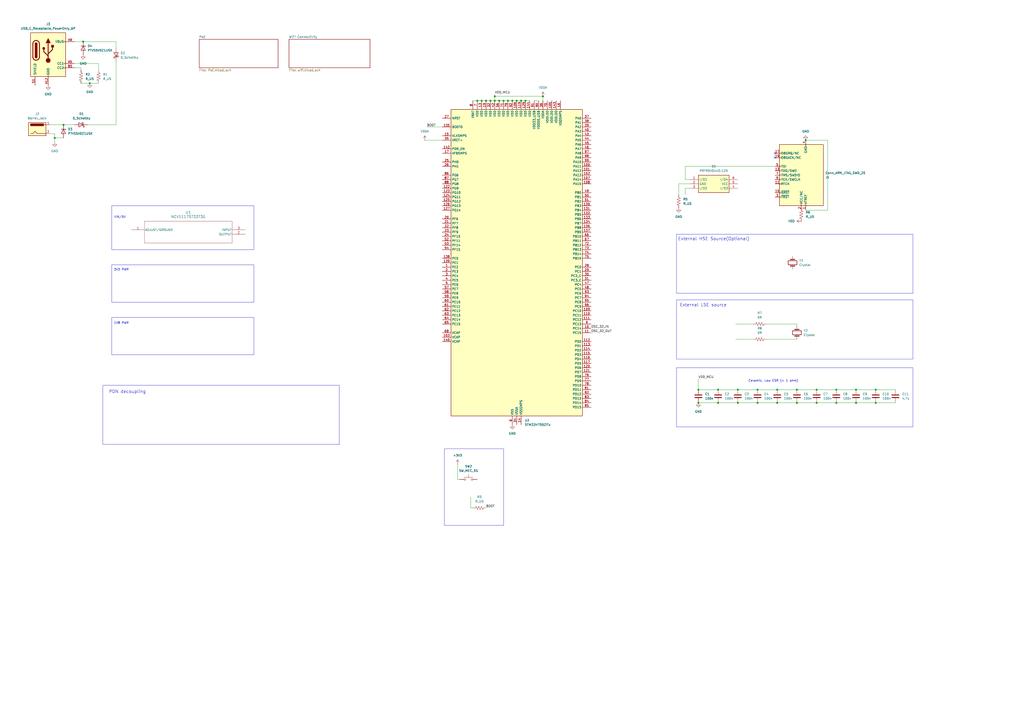
<source format=kicad_sch>
(kicad_sch (version 20250114) (generator "eeschema") (generator_version "9.0")
  (paper "A2")
  (lib_symbols
    (symbol "2025-08-29_01-45-15:NCV1117ST33T3G" (pin_names (offset 0.254))
      (property "Reference" "U" (at 33.02 10.16 0))
      (property "Value" "NCV1117ST33T3G" (at 33.02 7.62 0))
      (symbol "NCV1117ST33T3G_0_1"
        (polyline (pts (xy 7.62 5.08) (xy 7.62 -7.62)) (stroke (width 0.127)))
        (polyline (pts (xy 7.62 -7.62) (xy 58.42 -7.62)) (stroke (width 0.127)))
        (polyline (pts (xy 58.42 5.08) (xy 7.62 5.08)) (stroke (width 0.127)))
        (polyline (pts (xy 58.42 -7.62) (xy 58.42 5.08)) (stroke (width 0.127)))
        (pin bidirectional line (at 0 0 0) (length 7.62) (name "ADJUST/GROUND") (number "1"))
        (pin input line (at 66.04 0 180) (length 7.62) (name "INPUT") (number "3"))
        (pin output line (at 66.04 -2.54 180) (length 7.62) (name "OUTPUT") (number "2"))
      )
    )
    (symbol "Connector:Barrel_Jack" (pin_names (offset 1.016))
      (property "Reference" "J" (at 0 5.334 0))
      (property "Value" "Barrel_Jack" (at 0 -5.08 0))
      (symbol "Barrel_Jack_0_1"
        (rectangle (start -5.08 3.81) (end 5.08 -3.81) (stroke (width 0.254)) (fill (type background)))
        (polyline (pts (xy -3.81 -2.54) (xy -2.54 -2.54) (xy -1.27 -1.27) (xy 0 -2.54) (xy 2.54 -2.54) (xy 5.08 -2.54)) (stroke (width 0.254)))
        (arc (start -3.302 1.905) (mid -3.9343 2.54) (end -3.302 3.175) (stroke (width 0.254)))
        (arc (start -3.302 1.905) (mid -3.9343 2.54) (end -3.302 3.175) (stroke (width 0.254)) (fill (type outline)))
        (rectangle (start 3.683 3.175) (end -3.302 1.905) (stroke (width 0.254)) (fill (type outline)))
        (polyline (pts (xy 5.08 2.54) (xy 3.81 2.54)) (stroke (width 0.254)))
      )
      (symbol "Barrel_Jack_1_1"
        (pin passive line (at 7.62 2.54 180) (length 2.54) (name "~") (number "1"))
        (pin passive line (at 7.62 -2.54 180) (length 2.54) (name "~") (number "2"))
      )
    )
    (symbol "Connector:Conn_ARM_JTAG_SWD_20" (pin_names (offset 1.016))
      (property "Reference" "J" (at -5.08 21.59 0))
      (property "Value" "Conn_ARM_JTAG_SWD_20" (at -5.08 19.05 0))
      (symbol "Conn_ARM_JTAG_SWD_20_0_1"
        (rectangle (start -12.7 17.78) (end 12.7 -17.78) (stroke (width 0.254)) (fill (type background)))
        (rectangle (start -2.794 17.78) (end -2.286 16.764))
        (rectangle (start -2.794 -17.78) (end -2.286 -16.764))
        (rectangle (start -0.254 17.78) (end 0.254 16.764))
        (rectangle (start 11.684 2.286) (end 12.7 2.794))
        (rectangle (start 12.7 12.954) (end 11.684 12.446))
        (rectangle (start 12.7 10.414) (end 11.684 9.906))
        (rectangle (start 12.7 4.826) (end 11.684 5.334))
        (rectangle (start 12.7 -0.254) (end 11.684 0.254))
        (rectangle (start 12.7 -2.794) (end 11.684 -2.286))
        (rectangle (start 12.7 -9.906) (end 11.684 -10.414))
        (rectangle (start 12.7 -12.446) (end 11.684 -12.954))
      )
      (symbol "Conn_ARM_JTAG_SWD_20_1_1"
        (rectangle (start 11.684 -5.334) (end 12.7 -4.826))
        (pin power_in line (at -2.54 20.32 270) (length 2.54) (name "VTREF") (number "1"))
        (pin passive line (at -2.54 -20.32 90) (length 2.54) (hide yes) (name "GND") (number "10"))
        (pin passive line (at -2.54 -20.32 90) (length 2.54) (hide yes) (name "GND") (number "12"))
        (pin passive line (at -2.54 -20.32 90) (length 2.54) (hide yes) (name "GND") (number "14"))
        (pin passive line (at -2.54 -20.32 90) (length 2.54) (hide yes) (name "GND") (number "16"))
        (pin passive line (at -2.54 -20.32 90) (length 2.54) (hide yes) (name "GND") (number "18"))
        (pin passive line (at -2.54 -20.32 90) (length 2.54) (hide yes) (name "GND") (number "20"))
        (pin power_in line (at -2.54 -20.32 90) (length 2.54) (name "GND") (number "4"))
        (pin passive line (at -2.54 -20.32 90) (length 2.54) (hide yes) (name "GND") (number "6"))
        (pin passive line (at -2.54 -20.32 90) (length 2.54) (hide yes) (name "GND") (number "8"))
        (pin power_in line (at 0 20.32 270) (length 2.54) (name "VCC/NC") (number "2"))
        (pin output line (at 15.24 12.7 180) (length 2.54) (name "~{TRST}") (number "3"))
        (pin bidirectional line (at 15.24 10.16 180) (length 2.54) (name "~{SRST}") (number "15"))
        (pin input line (at 15.24 5.08 180) (length 2.54) (name "RTCK") (number "11"))
        (pin output line (at 15.24 2.54 180) (length 2.54) (name "TCK/SWCLK") (number "9"))
        (pin output line (at 15.24 0 180) (length 2.54) (name "TMS/SWDIO") (number "7"))
        (pin input line (at 15.24 -2.54 180) (length 2.54) (name "TDO/SWO") (number "13"))
        (pin output line (at 15.24 -5.08 180) (length 2.54) (name "TDI") (number "5"))
        (pin input line (at 15.24 -10.16 180) (length 2.54) (name "DBGACK/NC") (number "19"))
        (pin output line (at 15.24 -12.7 180) (length 2.54) (name "DBGRQ/NC") (number "17"))
      )
    )
    (symbol "Connector:USB_C_Receptacle_PowerOnly_6P" (pin_names (offset 1.016))
      (property "Reference" "J" (at 0 16.51 0))
      (property "Value" "USB_C_Receptacle_PowerOnly_6P" (at 0 13.97 0))
      (symbol "USB_C_Receptacle_PowerOnly_6P_0_0"
        (rectangle (start -0.254 -12.7) (end 0.254 -11.684))
        (rectangle (start 10.16 7.874) (end 9.144 7.366))
        (rectangle (start 10.16 -4.826) (end 9.144 -5.334))
        (rectangle (start 10.16 -7.366) (end 9.144 -7.874))
      )
      (symbol "USB_C_Receptacle_PowerOnly_6P_0_1"
        (rectangle (start -10.16 12.7) (end 10.16 -12.7) (stroke (width 0.254)) (fill (type background)))
        (polyline (pts (xy -8.89 -1.27) (xy -8.89 6.35)) (stroke (width 0.508)))
        (rectangle (start -7.62 -1.27) (end -6.35 6.35) (stroke (width 0.254)) (fill (type outline)))
        (arc (start -7.62 6.35) (mid -6.985 6.9823) (end -6.35 6.35) (stroke (width 0.254)))
        (arc (start -7.62 6.35) (mid -6.985 6.9823) (end -6.35 6.35) (stroke (width 0.254)) (fill (type outline)))
        (arc (start -8.89 6.35) (mid -6.985 8.2467) (end -5.08 6.35) (stroke (width 0.508)))
        (arc (start -5.08 -1.27) (mid -6.985 -3.1667) (end -8.89 -1.27) (stroke (width 0.508)))
        (arc (start -6.35 -1.27) (mid -6.985 -1.9023) (end -7.62 -1.27) (stroke (width 0.254)))
        (arc (start -6.35 -1.27) (mid -6.985 -1.9023) (end -7.62 -1.27) (stroke (width 0.254)) (fill (type outline)))
        (polyline (pts (xy -5.08 6.35) (xy -5.08 -1.27)) (stroke (width 0.508)))
        (circle (center -2.54 3.683) (radius 0.635) (stroke (width 0.254)) (fill (type outline)))
        (polyline (pts (xy -1.27 6.858) (xy 0 9.398) (xy 1.27 6.858) (xy -1.27 6.858)) (stroke (width 0.254)) (fill (type outline)))
        (polyline (pts (xy 0 0.508) (xy 2.54 3.048) (xy 2.54 4.318)) (stroke (width 0.508)))
        (polyline (pts (xy 0 -0.762) (xy -2.54 1.778) (xy -2.54 3.048)) (stroke (width 0.508)))
        (polyline (pts (xy 0 -3.302) (xy 0 6.858)) (stroke (width 0.508)))
        (circle (center 0 -3.302) (radius 1.27) (fill (type outline)))
        (rectangle (start 1.905 4.318) (end 3.175 5.588) (stroke (width 0.254)) (fill (type outline)))
      )
      (symbol "USB_C_Receptacle_PowerOnly_6P_1_1"
        (pin passive line (at -7.62 -17.78 90) (length 5.08) (name "SHIELD") (number "S1"))
        (pin passive line (at 0 -17.78 90) (length 5.08) (name "GND") (number "A12"))
        (pin passive line (at 0 -17.78 90) (length 5.08) (hide yes) (name "GND") (number "B12"))
        (pin passive line (at 15.24 7.62 180) (length 5.08) (name "VBUS") (number "A9"))
        (pin passive line (at 15.24 7.62 180) (length 5.08) (hide yes) (name "VBUS") (number "B9"))
        (pin bidirectional line (at 15.24 -5.08 180) (length 5.08) (name "CC1") (number "A5"))
        (pin bidirectional line (at 15.24 -7.62 180) (length 5.08) (name "CC2") (number "B5"))
      )
    )
    (symbol "Device:C" (pin_numbers (hide yes)) (pin_names (offset 0.254))
      (property "Reference" "C" (at 0.635 2.54 0))
      (property "Value" "C" (at 0.635 -2.54 0))
      (symbol "C_0_1"
        (polyline (pts (xy -2.032 0.762) (xy 2.032 0.762)) (stroke (width 0.508)))
        (polyline (pts (xy -2.032 -0.762) (xy 2.032 -0.762)) (stroke (width 0.508)))
      )
      (symbol "C_1_1"
        (pin passive line (at 0 3.81 270) (length 2.794) (name "~") (number "1"))
        (pin passive line (at 0 -3.81 90) (length 2.794) (name "~") (number "2"))
      )
    )
    (symbol "Device:Crystal" (pin_numbers (hide yes)) (pin_names (offset 1.016) (hide yes))
      (property "Reference" "Y" (at 0 3.81 0))
      (property "Value" "Crystal" (at 0 -3.81 0))
      (symbol "Crystal_0_1"
        (polyline (pts (xy -2.54 0) (xy -1.905 0)))
        (polyline (pts (xy -1.905 -1.27) (xy -1.905 1.27)) (stroke (width 0.508)))
        (rectangle (start -1.143 2.54) (end 1.143 -2.54) (stroke (width 0.3048)))
        (polyline (pts (xy 1.905 -1.27) (xy 1.905 1.27)) (stroke (width 0.508)))
        (polyline (pts (xy 2.54 0) (xy 1.905 0)))
      )
      (symbol "Crystal_1_1"
        (pin passive line (at -3.81 0 0) (length 1.27) (name "1") (number "1"))
        (pin passive line (at 3.81 0 180) (length 1.27) (name "2") (number "2"))
      )
    )
    (symbol "Device:D_Schottky" (pin_numbers (hide yes)) (pin_names (offset 1.016) (hide yes))
      (property "Reference" "D" (at 0 2.54 0))
      (property "Value" "D_Schottky" (at 0 -2.54 0))
      (symbol "D_Schottky_0_1"
        (polyline (pts (xy -1.905 0.635) (xy -1.905 1.27) (xy -1.27 1.27) (xy -1.27 -1.27) (xy -0.635 -1.27) (xy -0.635 -0.635)) (stroke (width 0.254)))
        (polyline (pts (xy 1.27 1.27) (xy 1.27 -1.27) (xy -1.27 0) (xy 1.27 1.27)) (stroke (width 0.254)))
        (polyline (pts (xy 1.27 0) (xy -1.27 0)))
      )
      (symbol "D_Schottky_1_1"
        (pin passive line (at -3.81 0 0) (length 2.54) (name "K") (number "1"))
        (pin passive line (at 3.81 0 180) (length 2.54) (name "A") (number "2"))
      )
    )
    (symbol "Device:R_US" (pin_numbers (hide yes)) (pin_names (offset 0))
      (property "Reference" "R" (at 2.54 0 90))
      (property "Value" "R_US" (at -2.54 0 90))
      (symbol "R_US_0_1"
        (polyline (pts (xy 0 2.286) (xy 0 2.54)))
        (polyline (pts (xy 0 2.286) (xy 1.016 1.905) (xy 0 1.524) (xy -1.016 1.143) (xy 0 0.762)))
        (polyline (pts (xy 0 0.762) (xy 1.016 0.381) (xy 0 0) (xy -1.016 -0.381) (xy 0 -0.762)))
        (polyline (pts (xy 0 -0.762) (xy 1.016 -1.143) (xy 0 -1.524) (xy -1.016 -1.905) (xy 0 -2.286)))
        (polyline (pts (xy 0 -2.286) (xy 0 -2.54)))
      )
      (symbol "R_US_1_1"
        (pin passive line (at 0 3.81 270) (length 1.27) (name "~") (number "1"))
        (pin passive line (at 0 -3.81 90) (length 1.27) (name "~") (number "2"))
      )
    )
    (symbol "Diode:PTVS5V0Z1USK" (pin_numbers (hide yes)) (pin_names (hide yes))
      (property "Reference" "D" (at 0 2.54 0))
      (property "Value" "PTVS5V0Z1USK" (at 0 -2.54 0))
      (symbol "PTVS5V0Z1USK_0_1"
        (polyline (pts (xy -1.27 -1.27) (xy -1.27 1.27) (xy -0.762 1.27)) (stroke (width 0.254)))
        (polyline (pts (xy 1.27 0) (xy -1.27 0)))
        (polyline (pts (xy 1.27 -1.27) (xy 1.27 1.27) (xy -1.27 0) (xy 1.27 -1.27)) (stroke (width 0.254)))
      )
      (symbol "PTVS5V0Z1USK_1_1"
        (pin passive line (at -3.81 0 0) (length 2.54) (name "K") (number "1"))
        (pin passive line (at 3.81 0 180) (length 2.54) (name "A") (number "2"))
      )
    )
    (symbol "MCU_ST_STM32H7:STM32H755ZITx"
      (property "Reference" "U" (at -38.1 90.17 0))
      (property "Value" "STM32H755ZITx" (at 27.94 90.17 0))
      (symbol "STM32H755ZITx_0_1"
        (rectangle (start -38.1 -88.9) (end 38.1 88.9) (stroke (width 0.254)) (fill (type background)))
      )
      (symbol "STM32H755ZITx_1_1"
        (pin input line (at -43.18 83.82 0) (length 5.08) (name "NRST") (number "27"))
        (pin input line (at -43.18 78.74 0) (length 5.08) (name "BOOT0") (number "135"))
        (pin power_in line (at -43.18 73.66 0) (length 5.08) (name "VLXSMPS") (number "15"))
        (pin input line (at -43.18 71.12 0) (length 5.08) (name "VREF+") (number "35"))
        (pin input line (at -43.18 66.04 0) (length 5.08) (name "PDR_ON") (number "142"))
        (pin input line (at -43.18 63.5 0) (length 5.08) (name "VFBSMPS") (number "17"))
        (pin bidirectional line (at -43.18 58.42 0) (length 5.08) (name "PH0") (number "25"))
        (pin bidirectional line (at -43.18 55.88 0) (length 5.08) (name "PH1") (number "26"))
        (pin bidirectional line (at -43.18 50.8 0) (length 5.08) (name "PG6") (number "86"))
        (pin bidirectional line (at -43.18 48.26 0) (length 5.08) (name "PG7") (number "87"))
        (pin bidirectional line (at -43.18 45.72 0) (length 5.08) (name "PG8") (number "88"))
        (pin bidirectional line (at -43.18 43.18 0) (length 5.08) (name "PG9") (number "122"))
        (pin bidirectional line (at -43.18 40.64 0) (length 5.08) (name "PG10") (number "123"))
        (pin bidirectional line (at -43.18 38.1 0) (length 5.08) (name "PG11") (number "124"))
        (pin bidirectional line (at -43.18 35.56 0) (length 5.08) (name "PG12") (number "125"))
        (pin bidirectional line (at -43.18 33.02 0) (length 5.08) (name "PG13") (number "126"))
        (pin bidirectional line (at -43.18 30.48 0) (length 5.08) (name "PG14") (number "127"))
        (pin bidirectional line (at -43.18 25.4 0) (length 5.08) (name "PF6") (number "20"))
        (pin bidirectional line (at -43.18 22.86 0) (length 5.08) (name "PF7") (number "21"))
        (pin bidirectional line (at -43.18 20.32 0) (length 5.08) (name "PF8") (number "22"))
        (pin bidirectional line (at -43.18 17.78 0) (length 5.08) (name "PF9") (number "23"))
        (pin bidirectional line (at -43.18 15.24 0) (length 5.08) (name "PF10") (number "24"))
        (pin bidirectional line (at -43.18 12.7 0) (length 5.08) (name "PF11") (number "52"))
        (pin bidirectional line (at -43.18 10.16 0) (length 5.08) (name "PF14") (number "53"))
        (pin bidirectional line (at -43.18 7.62 0) (length 5.08) (name "PF15") (number "54"))
        (pin bidirectional line (at -43.18 2.54 0) (length 5.08) (name "PE0") (number "138"))
        (pin bidirectional line (at -43.18 0 0) (length 5.08) (name "PE1") (number "139"))
        (pin bidirectional line (at -43.18 -2.54 0) (length 5.08) (name "PE2") (number "1"))
        (pin bidirectional line (at -43.18 -5.08 0) (length 5.08) (name "PE3") (number "2"))
        (pin bidirectional line (at -43.18 -7.62 0) (length 5.08) (name "PE4") (number "3"))
        (pin bidirectional line (at -43.18 -10.16 0) (length 5.08) (name "PE5") (number "4"))
        (pin bidirectional line (at -43.18 -12.7 0) (length 5.08) (name "PE6") (number "5"))
        (pin bidirectional line (at -43.18 -15.24 0) (length 5.08) (name "PE7") (number "57"))
        (pin bidirectional line (at -43.18 -17.78 0) (length 5.08) (name "PE8") (number "58"))
        (pin bidirectional line (at -43.18 -20.32 0) (length 5.08) (name "PE9") (number "59"))
        (pin bidirectional line (at -43.18 -22.86 0) (length 5.08) (name "PE10") (number "60"))
        (pin bidirectional line (at -43.18 -25.4 0) (length 5.08) (name "PE11") (number "61"))
        (pin bidirectional line (at -43.18 -27.94 0) (length 5.08) (name "PE12") (number "62"))
        (pin bidirectional line (at -43.18 -30.48 0) (length 5.08) (name "PE13") (number "63"))
        (pin bidirectional line (at -43.18 -33.02 0) (length 5.08) (name "PE14") (number "64"))
        (pin bidirectional line (at -43.18 -35.56 0) (length 5.08) (name "PE15") (number "65"))
        (pin power_out line (at -43.18 -40.64 0) (length 5.08) (name "VCAP") (number "68"))
        (pin power_out line (at -43.18 -43.18 0) (length 5.08) (name "VCAP") (number "103"))
        (pin power_out line (at -43.18 -45.72 0) (length 5.08) (name "VCAP") (number "140"))
        (pin power_in line (at -25.4 93.98 270) (length 5.08) (name "VBAT") (number "8"))
        (pin power_in line (at -22.86 93.98 270) (length 5.08) (name "VDD") (number "7"))
        (pin power_in line (at -20.32 93.98 270) (length 5.08) (name "VDD") (number "13"))
        (pin power_in line (at -17.78 93.98 270) (length 5.08) (name "VDD") (number "19"))
        (pin power_in line (at -15.24 93.98 270) (length 5.08) (name "VDD") (number "32"))
        (pin power_in line (at -12.7 93.98 270) (length 5.08) (name "VDD") (number "42"))
        (pin power_in line (at -10.16 93.98 270) (length 5.08) (name "VDD") (number "56"))
        (pin power_in line (at -7.62 93.98 270) (length 5.08) (name "VDD") (number "71"))
        (pin power_in line (at -5.08 93.98 270) (length 5.08) (name "VDD") (number "79"))
        (pin power_in line (at -2.54 93.98 270) (length 5.08) (name "VDD") (number "92"))
        (pin passive line (at -2.54 -93.98 90) (length 5.08) (hide yes) (name "VSS") (number "104"))
        (pin passive line (at -2.54 -93.98 90) (length 5.08) (hide yes) (name "VSS") (number "118"))
        (pin passive line (at -2.54 -93.98 90) (length 5.08) (hide yes) (name "VSS") (number "12"))
        (pin passive line (at -2.54 -93.98 90) (length 5.08) (hide yes) (name "VSS") (number "128"))
        (pin passive line (at -2.54 -93.98 90) (length 5.08) (hide yes) (name "VSS") (number "141"))
        (pin passive line (at -2.54 -93.98 90) (length 5.08) (hide yes) (name "VSS") (number "18"))
        (pin passive line (at -2.54 -93.98 90) (length 5.08) (hide yes) (name "VSS") (number "33"))
        (pin passive line (at -2.54 -93.98 90) (length 5.08) (hide yes) (name "VSS") (number "41"))
        (pin passive line (at -2.54 -93.98 90) (length 5.08) (hide yes) (name "VSS") (number "55"))
        (pin power_in line (at -2.54 -93.98 90) (length 5.08) (name "VSS") (number "6"))
        (pin passive line (at -2.54 -93.98 90) (length 5.08) (hide yes) (name "VSS") (number "69"))
        (pin passive line (at -2.54 -93.98 90) (length 5.08) (hide yes) (name "VSS") (number "80"))
        (pin passive line (at -2.54 -93.98 90) (length 5.08) (hide yes) (name "VSS") (number "89"))
        (pin power_in line (at 0 93.98 270) (length 5.08) (name "VDD") (number "106"))
        (pin power_in line (at 0 -93.98 90) (length 5.08) (name "VSSA") (number "34"))
        (pin power_in line (at 2.54 93.98 270) (length 5.08) (name "VDD") (number "119"))
        (pin power_in line (at 2.54 -93.98 90) (length 5.08) (name "VSSSMPS") (number "14"))
        (pin power_in line (at 5.08 93.98 270) (length 5.08) (name "VDD") (number "129"))
        (pin power_in line (at 7.62 93.98 270) (length 5.08) (name "VDD") (number "144"))
        (pin power_in line (at 10.16 93.98 270) (length 5.08) (name "VDD33_USB") (number "91"))
        (pin power_in line (at 12.7 93.98 270) (length 5.08) (name "VDD50_USB") (number "90"))
        (pin power_in line (at 15.24 93.98 270) (length 5.08) (name "VDDA") (number "36"))
        (pin power_in line (at 17.78 93.98 270) (length 5.08) (name "VDDLDO") (number "70"))
        (pin power_in line (at 20.32 93.98 270) (length 5.08) (name "VDDLDO") (number "105"))
        (pin power_in line (at 22.86 93.98 270) (length 5.08) (name "VDDLDO") (number "143"))
        (pin power_in line (at 25.4 93.98 270) (length 5.08) (name "VDDSMPS") (number "16"))
        (pin bidirectional line (at 43.18 83.82 180) (length 5.08) (name "PA0") (number "37"))
        (pin bidirectional line (at 43.18 81.28 180) (length 5.08) (name "PA1") (number "38"))
        (pin bidirectional line (at 43.18 78.74 180) (length 5.08) (name "PA2") (number "39"))
        (pin bidirectional line (at 43.18 76.2 180) (length 5.08) (name "PA3") (number "40"))
        (pin bidirectional line (at 43.18 73.66 180) (length 5.08) (name "PA4") (number "43"))
        (pin bidirectional line (at 43.18 71.12 180) (length 5.08) (name "PA5") (number "44"))
        (pin bidirectional line (at 43.18 68.58 180) (length 5.08) (name "PA6") (number "45"))
        (pin bidirectional line (at 43.18 66.04 180) (length 5.08) (name "PA7") (number "46"))
        (pin bidirectional line (at 43.18 63.5 180) (length 5.08) (name "PA8") (number "97"))
        (pin bidirectional line (at 43.18 60.96 180) (length 5.08) (name "PA9") (number "98"))
        (pin bidirectional line (at 43.18 58.42 180) (length 5.08) (name "PA10") (number "99"))
        (pin bidirectional line (at 43.18 55.88 180) (length 5.08) (name "PA11") (number "100"))
        (pin bidirectional line (at 43.18 53.34 180) (length 5.08) (name "PA12") (number "101"))
        (pin bidirectional line (at 43.18 50.8 180) (length 5.08) (name "PA13") (number "102"))
        (pin bidirectional line (at 43.18 48.26 180) (length 5.08) (name "PA14") (number "107"))
        (pin bidirectional line (at 43.18 45.72 180) (length 5.08) (name "PA15") (number "108"))
        (pin bidirectional line (at 43.18 40.64 180) (length 5.08) (name "PB0") (number "49"))
        (pin bidirectional line (at 43.18 38.1 180) (length 5.08) (name "PB1") (number "50"))
        (pin bidirectional line (at 43.18 35.56 180) (length 5.08) (name "PB2") (number "51"))
        (pin bidirectional line (at 43.18 33.02 180) (length 5.08) (name "PB3") (number "130"))
        (pin bidirectional line (at 43.18 30.48 180) (length 5.08) (name "PB4") (number "131"))
        (pin bidirectional line (at 43.18 27.94 180) (length 5.08) (name "PB5") (number "132"))
        (pin bidirectional line (at 43.18 25.4 180) (length 5.08) (name "PB6") (number "133"))
        (pin bidirectional line (at 43.18 22.86 180) (length 5.08) (name "PB7") (number "134"))
        (pin bidirectional line (at 43.18 20.32 180) (length 5.08) (name "PB8") (number "136"))
        (pin bidirectional line (at 43.18 17.78 180) (length 5.08) (name "PB9") (number "137"))
        (pin bidirectional line (at 43.18 15.24 180) (length 5.08) (name "PB10") (number "66"))
        (pin bidirectional line (at 43.18 12.7 180) (length 5.08) (name "PB11") (number "67"))
        (pin bidirectional line (at 43.18 10.16 180) (length 5.08) (name "PB12") (number "72"))
        (pin bidirectional line (at 43.18 7.62 180) (length 5.08) (name "PB13") (number "73"))
        (pin bidirectional line (at 43.18 5.08 180) (length 5.08) (name "PB14") (number "74"))
        (pin bidirectional line (at 43.18 2.54 180) (length 5.08) (name "PB15") (number "75"))
        (pin bidirectional line (at 43.18 -2.54 180) (length 5.08) (name "PC0") (number "28"))
        (pin bidirectional line (at 43.18 -5.08 180) (length 5.08) (name "PC1") (number "29"))
        (pin bidirectional line (at 43.18 -7.62 180) (length 5.08) (name "PC2_C") (number "30"))
        (pin bidirectional line (at 43.18 -10.16 180) (length 5.08) (name "PC3_C") (number "31"))
        (pin bidirectional line (at 43.18 -12.7 180) (length 5.08) (name "PC4") (number "47"))
        (pin bidirectional line (at 43.18 -15.24 180) (length 5.08) (name "PC5") (number "48"))
        (pin bidirectional line (at 43.18 -17.78 180) (length 5.08) (name "PC6") (number "93"))
        (pin bidirectional line (at 43.18 -20.32 180) (length 5.08) (name "PC7") (number "94"))
        (pin bidirectional line (at 43.18 -22.86 180) (length 5.08) (name "PC8") (number "95"))
        (pin bidirectional line (at 43.18 -25.4 180) (length 5.08) (name "PC9") (number "96"))
        (pin bidirectional line (at 43.18 -27.94 180) (length 5.08) (name "PC10") (number "109"))
        (pin bidirectional line (at 43.18 -30.48 180) (length 5.08) (name "PC11") (number "110"))
        (pin bidirectional line (at 43.18 -33.02 180) (length 5.08) (name "PC12") (number "111"))
        (pin bidirectional line (at 43.18 -35.56 180) (length 5.08) (name "PC13") (number "9"))
        (pin bidirectional line (at 43.18 -38.1 180) (length 5.08) (name "PC14") (number "10"))
        (pin bidirectional line (at 43.18 -40.64 180) (length 5.08) (name "PC15") (number "11"))
        (pin bidirectional line (at 43.18 -45.72 180) (length 5.08) (name "PD0") (number "112"))
        (pin bidirectional line (at 43.18 -48.26 180) (length 5.08) (name "PD1") (number "113"))
        (pin bidirectional line (at 43.18 -50.8 180) (length 5.08) (name "PD2") (number "114"))
        (pin bidirectional line (at 43.18 -53.34 180) (length 5.08) (name "PD3") (number "115"))
        (pin bidirectional line (at 43.18 -55.88 180) (length 5.08) (name "PD4") (number "116"))
        (pin bidirectional line (at 43.18 -58.42 180) (length 5.08) (name "PD5") (number "117"))
        (pin bidirectional line (at 43.18 -60.96 180) (length 5.08) (name "PD6") (number "120"))
        (pin bidirectional line (at 43.18 -63.5 180) (length 5.08) (name "PD7") (number "121"))
        (pin bidirectional line (at 43.18 -66.04 180) (length 5.08) (name "PD8") (number "76"))
        (pin bidirectional line (at 43.18 -68.58 180) (length 5.08) (name "PD9") (number "77"))
        (pin bidirectional line (at 43.18 -71.12 180) (length 5.08) (name "PD10") (number "78"))
        (pin bidirectional line (at 43.18 -73.66 180) (length 5.08) (name "PD11") (number "81"))
        (pin bidirectional line (at 43.18 -76.2 180) (length 5.08) (name "PD12") (number "82"))
        (pin bidirectional line (at 43.18 -78.74 180) (length 5.08) (name "PD13") (number "83"))
        (pin bidirectional line (at 43.18 -81.28 180) (length 5.08) (name "PD14") (number "84"))
        (pin bidirectional line (at 43.18 -83.82 180) (length 5.08) (name "PD15") (number "85"))
      )
    )
    (symbol "PRTR5V0U4D_125:PRTR5V0U4D,125"
      (property "Reference" "D" (at 24.13 7.62 0))
      (property "Value" "PRTR5V0U4D,125" (at 24.13 5.08 0))
      (symbol "PRTR5V0U4D,125_1_1"
        (rectangle (start 5.08 2.54) (end 22.86 -7.62) (stroke (width 0.254)) (fill (type background)))
        (pin passive line (at 0 0 0) (length 5.08) (name "I/O1") (number "1"))
        (pin passive line (at 0 -2.54 0) (length 5.08) (name "GND") (number "2"))
        (pin passive line (at 0 -5.08 0) (length 5.08) (name "I/O2") (number "3"))
        (pin passive line (at 27.94 0 180) (length 5.08) (name "I/O4") (number "6"))
        (pin passive line (at 27.94 -2.54 180) (length 5.08) (name "VCC") (number "5"))
        (pin passive line (at 27.94 -5.08 180) (length 5.08) (name "I/O3") (number "4"))
      )
    )
    (symbol "Switch:SW_MEC_5G" (pin_numbers (hide yes)) (pin_names (offset 1.016) (hide yes))
      (property "Reference" "SW" (at 1.27 2.54 0))
      (property "Value" "SW_MEC_5G" (at 0 -1.524 0))
      (symbol "SW_MEC_5G_0_1"
        (circle (center -2.032 0) (radius 0.508))
        (polyline (pts (xy 0 1.27) (xy 0 3.048)))
        (circle (center 2.032 0) (radius 0.508))
        (polyline (pts (xy 2.54 1.27) (xy -2.54 1.27)))
        (pin passive line (at -5.08 0 0) (length 2.54) (name "A") (number "1"))
        (pin passive line (at 5.08 0 180) (length 2.54) (name "B") (number "3"))
      )
      (symbol "SW_MEC_5G_1_1"
        (pin passive line (at -5.08 0 0) (length 2.54) (hide yes) (name "A") (number "2"))
        (pin passive line (at 5.08 0 180) (length 2.54) (hide yes) (name "B") (number "4"))
      )
    )
    (symbol "power:+3V3" (power) (pin_numbers (hide yes)) (pin_names (offset 0) (hide yes))
      (property "Value" "+3V3" (at 0 3.556 0))
      (symbol "+3V3_0_1"
        (polyline (pts (xy -0.762 1.27) (xy 0 2.54)))
        (polyline (pts (xy 0 2.54) (xy 0.762 1.27)))
        (polyline (pts (xy 0 0) (xy 0 2.54)))
      )
      (symbol "+3V3_1_1"
        (pin power_in line (at 0 0 90) (length 0) (name "~") (number "1"))
      )
    )
    (symbol "power:GND" (power) (pin_numbers (hide yes)) (pin_names (offset 0) (hide yes))
      (property "Value" "GND" (at 0 -3.81 0))
      (symbol "GND_0_1"
        (polyline (pts (xy 0 0) (xy 0 -1.27) (xy 1.27 -1.27) (xy 0 -2.54) (xy -1.27 -1.27) (xy 0 -1.27)))
      )
      (symbol "GND_1_1"
        (pin power_in line (at 0 0 270) (length 0) (name "~") (number "1"))
      )
    )
    (symbol "power:VDD" (power) (pin_numbers (hide yes)) (pin_names (offset 0) (hide yes))
      (property "Value" "VDD" (at 0 3.556 0))
      (symbol "VDD_0_1"
        (polyline (pts (xy -0.762 1.27) (xy 0 2.54)))
        (polyline (pts (xy 0 2.54) (xy 0.762 1.27)))
        (polyline (pts (xy 0 0) (xy 0 2.54)))
      )
      (symbol "VDD_1_1"
        (pin power_in line (at 0 0 90) (length 0) (name "~") (number "1"))
      )
    )
    (symbol "power:VDDA" (power) (pin_numbers (hide yes)) (pin_names (offset 0) (hide yes))
      (property "Value" "VDDA" (at 0 3.556 0))
      (symbol "VDDA_0_1"
        (polyline (pts (xy -0.762 1.27) (xy 0 2.54)))
        (polyline (pts (xy 0 2.54) (xy 0.762 1.27)))
        (polyline (pts (xy 0 0) (xy 0 2.54)))
      )
      (symbol "VDDA_1_1"
        (pin power_in line (at 0 0 90) (length 0) (name "~") (number "1"))
      )
    )
  )
  (rectangle (start 392.43 213.36) (end 529.59 247.65))
  (rectangle (start 59.69 223.52) (end 196.85 257.81))
  (rectangle (start 392.43 135.89) (end 529.59 170.18))
  (rectangle (start 257.81 260.35) (end 292.1 304.8))
  (rectangle (start 64.77 184.15) (end 147.32 205.74))
  (rectangle (start 64.77 119.38) (end 147.32 144.78))
  (rectangle (start 64.77 153.67) (end 147.32 175.26))
  (rectangle (start 392.43 173.99) (end 529.59 208.28))
  (text "VIN/5V" (at 69.596 125.984 0) (effects (font (size 1.27 1.27))))
  (text "Ceramic, Low ESR (< 1 ohm)" (at 448.564 220.98 0) (effects (font (size 1.27 1.27))))
  (text "PDN decoupling" (at 73.914 227.33 0) (effects (font (size 1.778 1.778))))
  (text "External LSE source" (at 407.924 177.038 0) (effects (font (size 1.778 1.778))))
  (text "External HSE Source(Optional)" (at 414.02 138.684 0) (effects (font (size 1.778 1.778))))
  (text "3V3 PWR" (at 70.358 156.464 0) (effects (font (size 1.27 1.27))))
  (text "1V8 PWR" (at 70.358 187.452 0) (effects (font (size 1.27 1.27))))
  (junction (at 292.1 58.42))
  (junction (at 302.26 58.42))
  (junction (at 287.02 55.88))
  (junction (at 314.96 55.88))
  (junction (at 279.4 58.42))
  (junction (at 450.85 226.06))
  (junction (at 294.64 58.42))
  (junction (at 304.8 58.42))
  (junction (at 416.56 233.68))
  (junction (at 52.07 48.26))
  (junction (at 485.14 226.06))
  (junction (at 439.42 226.06))
  (junction (at 427.99 226.06))
  (junction (at 508 233.68))
  (junction (at 276.86 58.42))
  (junction (at 405.13 233.68))
  (junction (at 284.48 58.42))
  (junction (at 31.75 80.01))
  (junction (at 416.56 226.06))
  (junction (at 508 226.06))
  (junction (at 281.94 58.42))
  (junction (at 462.28 233.68))
  (junction (at 36.83 72.39))
  (junction (at 405.13 226.06))
  (junction (at 297.18 58.42))
  (junction (at 485.14 233.68))
  (junction (at 462.28 226.06))
  (junction (at 496.57 233.68))
  (junction (at 289.56 58.42))
  (junction (at 439.42 233.68))
  (junction (at 48.26 24.13))
  (junction (at 473.71 226.06))
  (junction (at 467.36 81.28))
  (junction (at 450.85 233.68))
  (junction (at 496.57 226.06))
  (junction (at 427.99 233.68))
  (junction (at 299.72 58.42))
  (junction (at 473.71 233.68))
  (junction (at 287.02 58.42))
  (no_connect (at 449.58 91.44))
  (no_connect (at 449.58 88.9))
  (wire (pts (xy 287.02 55.88) (xy 314.96 55.88)))
  (wire (pts (xy 480.06 121.92) (xy 480.06 81.28)))
  (wire (pts (xy 36.83 72.39) (xy 43.18 72.39)))
  (wire (pts (xy 439.42 233.68) (xy 450.85 233.68)))
  (wire (pts (xy 46.99 39.37) (xy 46.99 40.64)))
  (wire (pts (xy 496.57 233.68) (xy 508 233.68)))
  (wire (pts (xy 302.26 58.42) (xy 304.8 58.42)))
  (wire (pts (xy 57.15 36.83) (xy 57.15 40.64)))
  (wire (pts (xy 304.8 58.42) (xy 307.34 58.42)))
  (wire (pts (xy 416.56 233.68) (xy 427.99 233.68)))
  (wire (pts (xy 292.1 58.42) (xy 294.64 58.42)))
  (wire (pts (xy 397.51 96.52) (xy 397.51 104.14)))
  (wire (pts (xy 397.51 104.14) (xy 400.05 104.14)))
  (wire (pts (xy 450.85 233.68) (xy 462.28 233.68)))
  (wire (pts (xy 462.28 187.96) (xy 462.28 189.23)))
  (wire (pts (xy 427.99 226.06) (xy 439.42 226.06)))
  (wire (pts (xy 279.4 58.42) (xy 281.94 58.42)))
  (wire (pts (xy 289.56 58.42) (xy 292.1 58.42)))
  (wire (pts (xy 31.75 80.01) (xy 36.83 80.01)))
  (wire (pts (xy 287.02 54.61) (xy 287.02 55.88)))
  (wire (pts (xy 29.21 72.39) (xy 36.83 72.39)))
  (wire (pts (xy 405.13 219.71) (xy 405.13 226.06)))
  (wire (pts (xy 473.71 233.68) (xy 485.14 233.68)))
  (wire (pts (xy 274.32 58.42) (xy 276.86 58.42)))
  (wire (pts (xy 31.75 77.47) (xy 31.75 80.01)))
  (wire (pts (xy 397.51 113.03) (xy 397.51 109.22)))
  (wire (pts (xy 273.05 294.64) (xy 274.32 294.64)))
  (wire (pts (xy 485.14 226.06) (xy 496.57 226.06)))
  (wire (pts (xy 46.99 48.26) (xy 52.07 48.26)))
  (wire (pts (xy 480.06 81.28) (xy 467.36 81.28)))
  (wire (pts (xy 43.18 39.37) (xy 46.99 39.37)))
  (wire (pts (xy 276.86 58.42) (xy 279.4 58.42)))
  (wire (pts (xy 427.99 233.68) (xy 439.42 233.68)))
  (wire (pts (xy 48.26 24.13) (xy 67.31 24.13)))
  (wire (pts (xy 299.72 58.42) (xy 302.26 58.42)))
  (wire (pts (xy 43.18 24.13) (xy 48.26 24.13)))
  (wire (pts (xy 29.21 77.47) (xy 31.75 77.47)))
  (wire (pts (xy 416.56 226.06) (xy 427.99 226.06)))
  (wire (pts (xy 405.13 226.06) (xy 416.56 226.06)))
  (wire (pts (xy 297.18 58.42) (xy 299.72 58.42)))
  (wire (pts (xy 462.28 226.06) (xy 473.71 226.06)))
  (wire (pts (xy 67.31 35.56) (xy 67.31 72.39)))
  (wire (pts (xy 294.64 58.42) (xy 297.18 58.42)))
  (wire (pts (xy 31.75 80.01) (xy 31.75 82.55)))
  (wire (pts (xy 405.13 233.68) (xy 416.56 233.68)))
  (wire (pts (xy 281.94 58.42) (xy 284.48 58.42)))
  (wire (pts (xy 309.88 58.42) (xy 312.42 58.42)))
  (wire (pts (xy 393.7 106.68) (xy 400.05 106.68)))
  (wire (pts (xy 247.65 73.66) (xy 256.54 73.66)))
  (wire (pts (xy 439.42 226.06) (xy 450.85 226.06)))
  (wire (pts (xy 287.02 55.88) (xy 287.02 58.42)))
  (wire (pts (xy 462.28 233.68) (xy 473.71 233.68)))
  (wire (pts (xy 485.14 233.68) (xy 496.57 233.68)))
  (wire (pts (xy 449.58 96.52) (xy 397.51 96.52)))
  (wire (pts (xy 67.31 24.13) (xy 67.31 27.94)))
  (wire (pts (xy 52.07 48.26) (xy 57.15 48.26)))
  (wire (pts (xy 265.43 269.24) (xy 265.43 278.13)))
  (wire (pts (xy 393.7 113.03) (xy 393.7 106.68)))
  (wire (pts (xy 496.57 226.06) (xy 508 226.06)))
  (wire (pts (xy 284.48 58.42) (xy 287.02 58.42)))
  (wire (pts (xy 426.72 196.85) (xy 436.88 196.85)))
  (wire (pts (xy 426.72 187.96) (xy 436.88 187.96)))
  (wire (pts (xy 287.02 58.42) (xy 289.56 58.42)))
  (wire (pts (xy 450.85 226.06) (xy 462.28 226.06)))
  (wire (pts (xy 67.31 72.39) (xy 50.8 72.39)))
  (wire (pts (xy 444.5 196.85) (xy 462.28 196.85)))
  (wire (pts (xy 43.18 36.83) (xy 57.15 36.83)))
  (wire (pts (xy 467.36 121.92) (xy 480.06 121.92)))
  (wire (pts (xy 397.51 109.22) (xy 400.05 109.22)))
  (wire (pts (xy 508 226.06) (xy 519.43 226.06)))
  (wire (pts (xy 246.38 81.28) (xy 256.54 81.28)))
  (wire (pts (xy 273.05 288.29) (xy 273.05 294.64)))
  (wire (pts (xy 444.5 187.96) (xy 462.28 187.96)))
  (wire (pts (xy 473.71 226.06) (xy 485.14 226.06)))
  (wire (pts (xy 508 233.68) (xy 519.43 233.68)))
  (wire (pts (xy 265.43 278.13) (xy 266.7 278.13)))
  (wire (pts (xy 314.96 55.88) (xy 314.96 58.42)))
  (label "OSC_32_OUT" (at 342.9 193.04 0))
  (label "OSC_32_IN" (at 342.9 190.5 0))
  (label "VDD_MCU" (at 287.02 54.61 0))
  (label "VDD_MCU" (at 405.13 219.71 0))
  (label "BOOT" (at 247.65 73.66 0))
  (label "BOOT" (at 281.94 294.64 0))
  (symbol (lib_id "power:GND") (at 27.94 49.53 0) (unit 1)
    (property "Reference" "#PWR04" (effects (hide yes)))
    (property "Value" "GND" (at 27.94 54.61 0))
    (property "Description" "Power symbol creates a global label with name \"GND\" , ground" (effects (hide yes)))
  )
  (symbol (lib_id "power:+3V3") (at 265.43 269.24 0) (unit 1)
    (property "Reference" "#PWR07" (effects (hide yes)))
    (property "Value" "+3V3" (at 265.43 264.16 0))
    (property "Description" "Power symbol creates a global label with name \"+3V3\"" (effects (hide yes)))
  )
  (symbol (lib_id "MCU_ST_STM32H7:STM32H755ZITx") (at 299.72 152.4 0) (unit 1)
    (property "Reference" "U2" (at 304.4033 243.84 0) (effects (justify left)))
    (property "Value" "STM32H755ZITx" (at 304.4033 246.38 0) (effects (justify left)))
    (property "Footprint" "Package_QFP:LQFP-144_20x20mm_P0.5mm" (effects (hide yes)))
    (property "Datasheet" "https://www.st.com/resource/en/datasheet/stm32h755zi.pdf" (effects (hide yes)))
    (property "Description" "STMicroelectronics Arm Cortex-M7 MCU, 2048KB flash, 1024KB RAM, 480 MHz, 1.62-3.6V, 99 GPIO, LQFP144" (effects (hide yes)))
  )
  (symbol (lib_id "power:VDDA") (at 246.38 81.28 0) (unit 1)
    (property "Reference" "#PWR012" (effects (hide yes)))
    (property "Value" "VDDA" (at 246.38 76.2 0))
    (property "Description" "Power symbol creates a global label with name \"VDDA\"" (effects (hide yes)))
  )
  (symbol (lib_id "Device:D_Schottky") (at 67.31 31.75 90) (unit 1)
    (property "Reference" "D2" (at 69.85 30.7974 90) (effects (justify right)))
    (property "Value" "D_Schottky" (at 69.85 33.3374 90) (effects (justify right)))
    (property "Description" "Schottky diode" (effects (hide yes)))
  )
  (symbol (lib_id "power:GND") (at 405.13 233.68 0) (unit 1)
    (property "Reference" "#PWR06" (effects (hide yes)))
    (property "Value" "GND" (at 405.13 238.76 0))
    (property "Description" "Power symbol creates a global label with name \"GND\" , ground" (effects (hide yes)))
  )
  (symbol (lib_id "Device:R_US") (at 440.69 196.85 90) (unit 1)
    (property "Reference" "R8" (at 440.69 190.5 90))
    (property "Value" "0R" (at 440.69 193.04 90))
    (property "Description" "Resistor, US symbol" (effects (hide yes)))
  )
  (symbol (lib_id "Diode:PTVS5V0Z1USK") (at 36.83 76.2 270) (unit 1)
    (property "Reference" "D3" (at 39.37 74.9299 90) (effects (justify left)))
    (property "Value" "PTVS5V0Z1USK" (at 39.37 77.4699 90) (effects (justify left)))
    (property "Footprint" "Diode_SMD:Nexperia_DSN1608-2_1.6x0.8mm" (effects (hide yes)))
    (property "Datasheet" "https://assets.nexperia.com/documents/data-sheet/PTVS5V0Z1USK.pdf" (effects (hide yes)))
    (property "Description" "5V, 1200W TVS unidirectional diode, DSN1608-2" (effects (hide yes)))
  )
  (symbol (lib_id "Device:D_Schottky") (at 46.99 72.39 180) (unit 1)
    (property "Reference" "D1" (at 47.3075 66.04 0))
    (property "Value" "D_Schottky" (at 47.3075 68.58 0))
    (property "Description" "Schottky diode" (effects (hide yes)))
  )
  (symbol (lib_id "power:GND") (at 467.36 81.28 180) (unit 1)
    (property "Reference" "#PWR09" (effects (hide yes)))
    (property "Value" "GND" (at 467.36 76.2 0))
    (property "Description" "Power symbol creates a global label with name \"GND\" , ground" (effects (hide yes)))
  )
  (symbol (lib_id "Device:R_US") (at 57.15 44.45 0) (unit 1)
    (property "Reference" "R1" (at 59.69 43.1799 0) (effects (justify left)))
    (property "Value" "R_US" (at 59.69 45.7199 0) (effects (justify left)))
    (property "Description" "Resistor, US symbol" (effects (hide yes)))
  )
  (symbol (lib_id "power:GND") (at 52.07 48.26 0) (unit 1)
    (property "Reference" "#PWR03" (effects (hide yes)))
    (property "Value" "GND" (at 52.07 53.34 0))
    (property "Description" "Power symbol creates a global label with name \"GND\" , ground" (effects (hide yes)))
  )
  (symbol (lib_id "2025-08-29_01-45-15:NCV1117ST33T3G") (at 76.2 133.35 0) (unit 1)
    (property "Reference" "U1" (at 109.22 123.19 0) (effects (font (size 1.524 1.524))))
    (property "Value" "NCV1117ST33T3G" (at 109.22 125.73 0) (effects (font (size 1.524 1.524))))
    (property "Footprint" "SOT223-3_ONS" (effects (hide yes)))
    (property "Datasheet" "NCV1117ST33T3G" (effects (hide yes)))
  )
  (symbol (lib_id "Connector:Conn_ARM_JTAG_SWD_20") (at 464.82 101.6 180) (unit 1)
    (property "Reference" "J1" (at 478.79 102.8701 0) (effects (justify right)))
    (property "Value" "Conn_ARM_JTAG_SWD_20" (at 478.79 100.3301 0) (effects (justify right)))
    (property "Datasheet" "http://infocenter.arm.com/help/topic/com.arm.doc.dui0499b/DUI0499B_system_design_reference.pdf" (effects (hide yes)))
    (property "Description" "Standard IDC20 Pinheader Connector, ARM legacy JTAG and SWD interface" (effects (hide yes)))
  )
  (symbol (lib_id "power:GND") (at 393.7 120.65 0) (unit 1)
    (property "Reference" "#PWR01" (effects (hide yes)))
    (property "Value" "GND" (at 393.7 125.73 0))
    (property "Description" "Power symbol creates a global label with name \"GND\" , ground" (effects (hide yes)))
  )
  (symbol (lib_id "Device:Crystal") (at 459.74 152.4 90) (unit 1)
    (property "Reference" "Y1" (at 463.55 151.1299 90) (effects (justify right)))
    (property "Value" "Crystal" (at 463.55 153.6699 90) (effects (justify right)))
    (property "Description" "Two pin crystal" (effects (hide yes)))
  )
  (symbol (lib_id "Connector:USB_C_Receptacle_PowerOnly_6P") (at 27.94 31.75 0) (unit 1)
    (property "Reference" "J3" (at 27.94 13.97 0))
    (property "Value" "USB_C_Receptacle_PowerOnly_6P" (at 27.94 16.51 0))
    (property "Datasheet" "https://www.usb.org/sites/default/files/documents/usb_type-c.zip" (effects (hide yes)))
    (property "Description" "USB Power-Only 6P Type-C Receptacle connector" (effects (hide yes)))
  )
  (symbol (lib_id "Device:C") (at 485.14 229.87 0) (unit 1)
    (property "Reference" "C8" (at 488.95 228.5999 0) (effects (justify left)))
    (property "Value" "100n" (at 488.95 231.1399 0) (effects (justify left)))
    (property "Description" "Unpolarized capacitor" (effects (hide yes)))
  )
  (symbol (lib_id "Device:C") (at 439.42 229.87 0) (unit 1)
    (property "Reference" "C4" (at 443.23 228.5999 0) (effects (justify left)))
    (property "Value" "100n" (at 443.23 231.1399 0) (effects (justify left)))
    (property "Description" "Unpolarized capacitor" (effects (hide yes)))
  )
  (symbol (lib_id "Switch:SW_MEC_5G") (at 271.78 278.13 0) (unit 1)
    (property "Reference" "SW2" (at 271.78 270.51 0))
    (property "Value" "SW_MEC_5G" (at 271.78 273.05 0))
    (property "Datasheet" "http://www.apem.com/int/index.php?controller=attachment&id_attachment=488" (effects (hide yes)))
    (property "Description" "MEC 5G single pole normally-open tactile switch" (effects (hide yes)))
  )
  (symbol (lib_id "Device:C") (at 405.13 229.87 0) (unit 1)
    (property "Reference" "C1" (at 408.94 228.5999 0) (effects (justify left)))
    (property "Value" "100n" (at 408.94 231.1399 0) (effects (justify left)))
    (property "Description" "Unpolarized capacitor" (effects (hide yes)))
  )
  (symbol (lib_id "Device:C") (at 519.43 229.87 0) (unit 1)
    (property "Reference" "C11" (at 523.24 228.5999 0) (effects (justify left)))
    (property "Value" "4.7u" (at 523.24 231.1399 0) (effects (justify left)))
    (property "Description" "Unpolarized capacitor" (effects (hide yes)))
  )
  (symbol (lib_id "Device:C") (at 496.57 229.87 0) (unit 1)
    (property "Reference" "C9" (at 500.38 228.5999 0) (effects (justify left)))
    (property "Value" "100n" (at 500.38 231.1399 0) (effects (justify left)))
    (property "Description" "Unpolarized capacitor" (effects (hide yes)))
  )
  (symbol (lib_id "Device:C") (at 450.85 229.87 0) (unit 1)
    (property "Reference" "C5" (at 454.66 228.5999 0) (effects (justify left)))
    (property "Value" "100n" (at 454.66 231.1399 0) (effects (justify left)))
    (property "Description" "Unpolarized capacitor" (effects (hide yes)))
  )
  (symbol (lib_id "Device:R_US") (at 464.82 124.46 0) (unit 1)
    (property "Reference" "R6" (at 467.36 123.1899 0) (effects (justify left)))
    (property "Value" "R_US" (at 467.36 125.7299 0) (effects (justify left)))
    (property "Description" "Resistor, US symbol" (effects (hide yes)))
  )
  (symbol (lib_id "power:GND") (at 31.75 82.55 0) (unit 1)
    (property "Reference" "#PWR02" (effects (hide yes)))
    (property "Value" "GND" (at 31.75 87.63 0))
    (property "Description" "Power symbol creates a global label with name \"GND\" , ground" (effects (hide yes)))
  )
  (symbol (lib_id "Device:C") (at 427.99 229.87 0) (unit 1)
    (property "Reference" "C3" (at 431.8 228.5999 0) (effects (justify left)))
    (property "Value" "100n" (at 431.8 231.1399 0) (effects (justify left)))
    (property "Description" "Unpolarized capacitor" (effects (hide yes)))
  )
  (symbol (lib_id "Device:Crystal") (at 462.28 193.04 270) (unit 1)
    (property "Reference" "Y2" (at 466.09 191.7699 90) (effects (justify left)))
    (property "Value" "Crystal" (at 466.09 194.3099 90) (effects (justify left)))
    (property "Description" "Two pin crystal" (effects (hide yes)))
  )
  (symbol (lib_id "Device:R_US") (at 46.99 44.45 0) (unit 1)
    (property "Reference" "R2" (at 49.53 43.1799 0) (effects (justify left)))
    (property "Value" "R_US" (at 49.53 45.7199 0) (effects (justify left)))
    (property "Description" "Resistor, US symbol" (effects (hide yes)))
  )
  (symbol (lib_id "Diode:PTVS5V0Z1USK") (at 48.26 27.94 270) (unit 1)
    (property "Reference" "D4" (at 50.8 26.6699 90) (effects (justify left)))
    (property "Value" "PTVS5V0Z1USK" (at 50.8 29.2099 90) (effects (justify left)))
    (property "Footprint" "Diode_SMD:Nexperia_DSN1608-2_1.6x0.8mm" (effects (hide yes)))
    (property "Datasheet" "https://assets.nexperia.com/documents/data-sheet/PTVS5V0Z1USK.pdf" (effects (hide yes)))
    (property "Description" "5V, 1200W TVS unidirectional diode, DSN1608-2" (effects (hide yes)))
  )
  (symbol (lib_id "Device:R_US") (at 440.69 187.96 90) (unit 1)
    (property "Reference" "R7" (at 440.69 181.61 90))
    (property "Value" "0R" (at 440.69 184.15 90))
    (property "Description" "Resistor, US symbol" (effects (hide yes)))
  )
  (symbol (lib_id "Device:C") (at 473.71 229.87 0) (unit 1)
    (property "Reference" "C7" (at 477.52 228.5999 0) (effects (justify left)))
    (property "Value" "100n" (at 477.52 231.1399 0) (effects (justify left)))
    (property "Description" "Unpolarized capacitor" (effects (hide yes)))
  )
  (symbol (lib_id "Device:R_US") (at 278.13 294.64 90) (unit 1)
    (property "Reference" "R3" (at 278.13 288.29 90))
    (property "Value" "R_US" (at 278.13 290.83 90))
    (property "Description" "Resistor, US symbol" (effects (hide yes)))
  )
  (symbol (lib_id "Device:C") (at 462.28 229.87 0) (unit 1)
    (property "Reference" "C6" (at 466.09 228.5999 0) (effects (justify left)))
    (property "Value" "100n" (at 466.09 231.1399 0) (effects (justify left)))
    (property "Description" "Unpolarized capacitor" (effects (hide yes)))
  )
  (symbol (lib_id "PRTR5V0U4D_125:PRTR5V0U4D,125") (at 400.05 104.14 0) (unit 1)
    (property "Reference" "D5" (at 414.02 96.52 0))
    (property "Value" "PRTR5V0U4D,125" (at 414.02 99.06 0))
    (property "Footprint" "SOT95P275X110-6N" (effects (hide yes)))
    (property "Datasheet" "https://assets.nexperia.com/documents/data-sheet/PRTR5V0U4D.pdf" (effects (hide yes)))
    (property "Description" "PRTR5V0U4D - Ultra low capacitance quadruple rail-to-rail ESD protection" (effects (hide yes)))
    (property "Height" "1.1" (effects (hide yes)))
    (property "Mouser Part Number" "771-PRTR5V0U4D-T/R" (effects (hide yes)))
    (property "Mouser Price/Stock" "https://www.mouser.co.uk/ProductDetail/Nexperia/PRTR5V0U4D125?qs=LOCUfHb8d9tF9D2ouM%2FWyA%3D%3D" (effects (hide yes)))
    (property "Manufacturer_Name" "Nexperia" (effects (hide yes)))
    (property "Manufacturer_Part_Number" "PRTR5V0U4D,125" (effects (hide yes)))
  )
  (symbol (lib_id "power:GND") (at 48.26 31.75 0) (unit 1)
    (property "Reference" "#PWR05" (effects (hide yes)))
    (property "Value" "GND" (at 48.26 36.83 0))
    (property "Description" "Power symbol creates a global label with name \"GND\" , ground" (effects (hide yes)))
  )
  (symbol (lib_id "power:VDD") (at 464.82 128.27 90) (unit 1)
    (property "Reference" "#PWR010" (effects (hide yes)))
    (property "Value" "VDD" (at 461.01 128.2699 90) (effects (justify left)))
    (property "Description" "Power symbol creates a global label with name \"VDD\"" (effects (hide yes)))
  )
  (symbol (lib_id "Connector:Barrel_Jack") (at 21.59 74.93 0) (unit 1)
    (property "Reference" "J2" (at 21.59 66.04 0))
    (property "Value" "Barrel_Jack" (at 21.59 68.58 0))
    (property "Description" "DC Barrel Jack" (effects (hide yes)))
  )
  (symbol (lib_id "power:VDDA") (at 314.96 55.88 0) (unit 1)
    (property "Reference" "#PWR011" (effects (hide yes)))
    (property "Value" "VDDA" (at 314.96 50.8 0))
    (property "Description" "Power symbol creates a global label with name \"VDDA\"" (effects (hide yes)))
  )
  (symbol (lib_id "Device:C") (at 508 229.87 0) (unit 1)
    (property "Reference" "C10" (at 511.81 228.5999 0) (effects (justify left)))
    (property "Value" "100n" (at 511.81 231.1399 0) (effects (justify left)))
    (property "Description" "Unpolarized capacitor" (effects (hide yes)))
  )
  (symbol (lib_id "power:GND") (at 297.18 246.38 0) (unit 1)
    (property "Reference" "#PWR08" (effects (hide yes)))
    (property "Value" "GND" (at 297.18 251.46 0))
    (property "Description" "Power symbol creates a global label with name \"GND\" , ground" (effects (hide yes)))
  )
  (symbol (lib_id "Device:C") (at 416.56 229.87 0) (unit 1)
    (property "Reference" "C2" (at 420.37 228.5999 0) (effects (justify left)))
    (property "Value" "100n" (at 420.37 231.1399 0) (effects (justify left)))
    (property "Description" "Unpolarized capacitor" (effects (hide yes)))
  )
  (symbol (lib_id "Device:R_US") (at 393.7 116.84 0) (unit 1)
    (property "Reference" "R5" (at 396.24 115.5699 0) (effects (justify left)))
    (property "Value" "R_US" (at 396.24 118.1099 0) (effects (justify left)))
    (property "Description" "Resistor, US symbol" (effects (hide yes)))
  )
  (sheet (at 167.64 22.86) (size 46.99 16.51) (stroke (width 0.1524))
    (property "Sheetname" "WiFi Connectivity" (at 167.64 22.1484 0) (effects (justify left bottom)))
    (property "Sheetfile" "wifi.kicad_sch" (at 167.64 39.9546 0) (effects (justify left top)))
  )
  (sheet (at 115.57 22.86) (size 45.72 16.51) (stroke (width 0.1524))
    (property "Sheetname" "PoE" (at 115.57 22.1484 0) (effects (justify left bottom)))
    (property "Sheetfile" "PoE.kicad_sch" (at 115.57 39.9546 0) (effects (justify left top)))
  )
)
</source>
